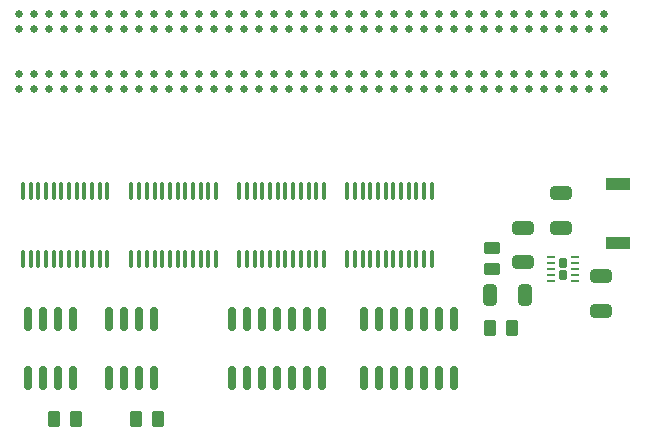
<source format=gtp>
%TF.GenerationSoftware,KiCad,Pcbnew,7.0.8*%
%TF.CreationDate,2024-07-21T17:29:17-05:00*%
%TF.ProjectId,esdi_fmc,65736469-5f66-46d6-932e-6b696361645f,rev?*%
%TF.SameCoordinates,Original*%
%TF.FileFunction,Paste,Top*%
%TF.FilePolarity,Positive*%
%FSLAX46Y46*%
G04 Gerber Fmt 4.6, Leading zero omitted, Abs format (unit mm)*
G04 Created by KiCad (PCBNEW 7.0.8) date 2024-07-21 17:29:17*
%MOMM*%
%LPD*%
G01*
G04 APERTURE LIST*
G04 Aperture macros list*
%AMRoundRect*
0 Rectangle with rounded corners*
0 $1 Rounding radius*
0 $2 $3 $4 $5 $6 $7 $8 $9 X,Y pos of 4 corners*
0 Add a 4 corners polygon primitive as box body*
4,1,4,$2,$3,$4,$5,$6,$7,$8,$9,$2,$3,0*
0 Add four circle primitives for the rounded corners*
1,1,$1+$1,$2,$3*
1,1,$1+$1,$4,$5*
1,1,$1+$1,$6,$7*
1,1,$1+$1,$8,$9*
0 Add four rect primitives between the rounded corners*
20,1,$1+$1,$2,$3,$4,$5,0*
20,1,$1+$1,$4,$5,$6,$7,0*
20,1,$1+$1,$6,$7,$8,$9,0*
20,1,$1+$1,$8,$9,$2,$3,0*%
G04 Aperture macros list end*
%ADD10RoundRect,0.100000X-0.100000X0.637500X-0.100000X-0.637500X0.100000X-0.637500X0.100000X0.637500X0*%
%ADD11RoundRect,0.150000X-0.150000X0.825000X-0.150000X-0.825000X0.150000X-0.825000X0.150000X0.825000X0*%
%ADD12RoundRect,0.250000X0.450000X-0.262500X0.450000X0.262500X-0.450000X0.262500X-0.450000X-0.262500X0*%
%ADD13RoundRect,0.182500X-0.182500X-0.222500X0.182500X-0.222500X0.182500X0.222500X-0.182500X0.222500X0*%
%ADD14RoundRect,0.062500X-0.300000X-0.062500X0.300000X-0.062500X0.300000X0.062500X-0.300000X0.062500X0*%
%ADD15RoundRect,0.250000X-0.262500X-0.450000X0.262500X-0.450000X0.262500X0.450000X-0.262500X0.450000X0*%
%ADD16RoundRect,0.250000X0.262500X0.450000X-0.262500X0.450000X-0.262500X-0.450000X0.262500X-0.450000X0*%
%ADD17RoundRect,0.250000X0.650000X-0.325000X0.650000X0.325000X-0.650000X0.325000X-0.650000X-0.325000X0*%
%ADD18C,0.635000*%
%ADD19R,2.006600X0.990600*%
%ADD20RoundRect,0.250000X-0.650000X0.325000X-0.650000X-0.325000X0.650000X-0.325000X0.650000X0.325000X0*%
%ADD21RoundRect,0.250000X0.325000X0.650000X-0.325000X0.650000X-0.325000X-0.650000X0.325000X-0.650000X0*%
G04 APERTURE END LIST*
D10*
%TO.C,U4*%
X77206700Y-71485600D03*
X76556700Y-71485600D03*
X75906700Y-71485600D03*
X75256700Y-71485600D03*
X74606700Y-71485600D03*
X73956700Y-71485600D03*
X73306700Y-71485600D03*
X72656700Y-71485600D03*
X72006700Y-71485600D03*
X71356700Y-71485600D03*
X70706700Y-71485600D03*
X70056700Y-71485600D03*
X70056700Y-77210600D03*
X70706700Y-77210600D03*
X71356700Y-77210600D03*
X72006700Y-77210600D03*
X72656700Y-77210600D03*
X73306700Y-77210600D03*
X73956700Y-77210600D03*
X74606700Y-77210600D03*
X75256700Y-77210600D03*
X75906700Y-77210600D03*
X76556700Y-77210600D03*
X77206700Y-77210600D03*
%TD*%
D11*
%TO.C,U7*%
X86223700Y-82345600D03*
X84953700Y-82345600D03*
X83683700Y-82345600D03*
X82413700Y-82345600D03*
X81143700Y-82345600D03*
X79873700Y-82345600D03*
X78603700Y-82345600D03*
X78603700Y-87295600D03*
X79873700Y-87295600D03*
X81143700Y-87295600D03*
X82413700Y-87295600D03*
X83683700Y-87295600D03*
X84953700Y-87295600D03*
X86223700Y-87295600D03*
%TD*%
%TO.C,U8*%
X71974300Y-82345600D03*
X70704300Y-82345600D03*
X69434300Y-82345600D03*
X68164300Y-82345600D03*
X68164300Y-87295600D03*
X69434300Y-87295600D03*
X70704300Y-87295600D03*
X71974300Y-87295600D03*
%TD*%
D12*
%TO.C,R1*%
X100584000Y-78128500D03*
X100584000Y-76303500D03*
%TD*%
D10*
%TO.C,U3*%
X86344900Y-71485600D03*
X85694900Y-71485600D03*
X85044900Y-71485600D03*
X84394900Y-71485600D03*
X83744900Y-71485600D03*
X83094900Y-71485600D03*
X82444900Y-71485600D03*
X81794900Y-71485600D03*
X81144900Y-71485600D03*
X80494900Y-71485600D03*
X79844900Y-71485600D03*
X79194900Y-71485600D03*
X79194900Y-77210600D03*
X79844900Y-77210600D03*
X80494900Y-77210600D03*
X81144900Y-77210600D03*
X81794900Y-77210600D03*
X82444900Y-77210600D03*
X83094900Y-77210600D03*
X83744900Y-77210600D03*
X84394900Y-77210600D03*
X85044900Y-77210600D03*
X85694900Y-77210600D03*
X86344900Y-77210600D03*
%TD*%
D13*
%TO.C,U1*%
X106621700Y-77597600D03*
X106621700Y-78597600D03*
D14*
X105609200Y-77097600D03*
X105609200Y-77597600D03*
X105609200Y-78097600D03*
X105609200Y-78597600D03*
X105609200Y-79097600D03*
X107634200Y-79097600D03*
X107634200Y-78597600D03*
X107634200Y-78097600D03*
X107634200Y-77597600D03*
X107634200Y-77097600D03*
%TD*%
D11*
%TO.C,U6*%
X97323500Y-82356800D03*
X96053500Y-82356800D03*
X94783500Y-82356800D03*
X93513500Y-82356800D03*
X92243500Y-82356800D03*
X90973500Y-82356800D03*
X89703500Y-82356800D03*
X89703500Y-87306800D03*
X90973500Y-87306800D03*
X92243500Y-87306800D03*
X93513500Y-87306800D03*
X94783500Y-87306800D03*
X96053500Y-87306800D03*
X97323500Y-87306800D03*
%TD*%
D15*
%TO.C,R2*%
X100433500Y-83058000D03*
X102258500Y-83058000D03*
%TD*%
D16*
%TO.C,R3*%
X72300700Y-90815000D03*
X70475700Y-90815000D03*
%TD*%
D17*
%TO.C,C1*%
X103218100Y-77534400D03*
X103218100Y-74584400D03*
%TD*%
D18*
%TO.C,J1*%
X110074300Y-56525000D03*
X108804300Y-56525000D03*
X107534300Y-56525000D03*
X106264300Y-56525000D03*
X104994300Y-56525000D03*
X103724300Y-56525000D03*
X102454300Y-56525000D03*
X101184300Y-56525000D03*
X99914300Y-56525000D03*
X98644300Y-56525000D03*
X97374300Y-56525000D03*
X96104300Y-56525000D03*
X94834300Y-56525000D03*
X93564300Y-56525000D03*
X92294300Y-56525000D03*
X91024300Y-56525000D03*
X89754300Y-56525000D03*
X88484300Y-56525000D03*
X87214300Y-56525000D03*
X85944300Y-56525000D03*
X84674300Y-56525000D03*
X83404300Y-56525000D03*
X82134300Y-56525000D03*
X80864300Y-56525000D03*
X79594300Y-56525000D03*
X78324300Y-56525000D03*
X77054300Y-56525000D03*
X75784300Y-56525000D03*
X74514300Y-56525000D03*
X73244300Y-56525000D03*
X71974300Y-56525000D03*
X70704300Y-56525000D03*
X69434300Y-56525000D03*
X68164300Y-56525000D03*
X66894300Y-56525000D03*
X65624300Y-56525000D03*
X64354300Y-56525000D03*
X63084300Y-56525000D03*
X61814300Y-56525000D03*
X60544300Y-56525000D03*
X110074300Y-57795000D03*
X108804300Y-57795000D03*
X107534300Y-57795000D03*
X106264300Y-57795000D03*
X104994300Y-57795000D03*
X103724300Y-57795000D03*
X102454300Y-57795000D03*
X101184300Y-57795000D03*
X99914300Y-57795000D03*
X98644300Y-57795000D03*
X97374300Y-57795000D03*
X96104300Y-57795000D03*
X94834300Y-57795000D03*
X93564300Y-57795000D03*
X92294300Y-57795000D03*
X91024300Y-57795000D03*
X89754300Y-57795000D03*
X88484300Y-57795000D03*
X87214300Y-57795000D03*
X85944300Y-57795000D03*
X84674300Y-57795000D03*
X83404300Y-57795000D03*
X82134300Y-57795000D03*
X80864300Y-57795000D03*
X79594300Y-57795000D03*
X78324300Y-57795000D03*
X77054300Y-57795000D03*
X75784300Y-57795000D03*
X74514300Y-57795000D03*
X73244300Y-57795000D03*
X71974300Y-57795000D03*
X70704300Y-57795000D03*
X69434300Y-57795000D03*
X68164300Y-57795000D03*
X66894300Y-57795000D03*
X65624300Y-57795000D03*
X64354300Y-57795000D03*
X63084300Y-57795000D03*
X61814300Y-57795000D03*
X60544300Y-57795000D03*
X110074300Y-61605000D03*
X108804300Y-61605000D03*
X107534300Y-61605000D03*
X106264300Y-61605000D03*
X104994300Y-61605000D03*
X103724300Y-61605000D03*
X102454300Y-61605000D03*
X101184300Y-61605000D03*
X99914300Y-61605000D03*
X98644300Y-61605000D03*
X97374300Y-61605000D03*
X96104300Y-61605000D03*
X94834300Y-61605000D03*
X93564300Y-61605000D03*
X92294300Y-61605000D03*
X91024300Y-61605000D03*
X89754300Y-61605000D03*
X88484300Y-61605000D03*
X87214300Y-61605000D03*
X85944300Y-61605000D03*
X84674300Y-61605000D03*
X83404300Y-61605000D03*
X82134300Y-61605000D03*
X80864300Y-61605000D03*
X79594300Y-61605000D03*
X78324300Y-61605000D03*
X77054300Y-61605000D03*
X75784300Y-61605000D03*
X74514300Y-61605000D03*
X73244300Y-61605000D03*
X71974300Y-61605000D03*
X70704300Y-61605000D03*
X69434300Y-61605000D03*
X68164300Y-61605000D03*
X66894300Y-61605000D03*
X65624300Y-61605000D03*
X64354300Y-61605000D03*
X63084300Y-61605000D03*
X61814300Y-61605000D03*
X60544300Y-61605000D03*
X110074300Y-62875000D03*
X108804300Y-62875000D03*
X107534300Y-62875000D03*
X106264300Y-62875000D03*
X104994300Y-62875000D03*
X103724300Y-62875000D03*
X102454300Y-62875000D03*
X101184300Y-62875000D03*
X99914300Y-62875000D03*
X98644300Y-62875000D03*
X97374300Y-62875000D03*
X96104300Y-62875000D03*
X94834300Y-62875000D03*
X93564300Y-62875000D03*
X92294300Y-62875000D03*
X91024300Y-62875000D03*
X89754300Y-62875000D03*
X88484300Y-62875000D03*
X87214300Y-62875000D03*
X85944300Y-62875000D03*
X84674300Y-62875000D03*
X83404300Y-62875000D03*
X82134300Y-62875000D03*
X80864300Y-62875000D03*
X79594300Y-62875000D03*
X78324300Y-62875000D03*
X77054300Y-62875000D03*
X75784300Y-62875000D03*
X74514300Y-62875000D03*
X73244300Y-62875000D03*
X71974300Y-62875000D03*
X70704300Y-62875000D03*
X69434300Y-62875000D03*
X68164300Y-62875000D03*
X66894300Y-62875000D03*
X65624300Y-62875000D03*
X64354300Y-62875000D03*
X63084300Y-62875000D03*
X61814300Y-62875000D03*
X60544300Y-62875000D03*
%TD*%
D19*
%TO.C,L1*%
X111269900Y-75892500D03*
X111269900Y-70888700D03*
%TD*%
D16*
%TO.C,R4*%
X65344900Y-90815000D03*
X63519900Y-90815000D03*
%TD*%
D20*
%TO.C,C2*%
X109847500Y-78697400D03*
X109847500Y-81647400D03*
%TD*%
D10*
%TO.C,U5*%
X68021100Y-71485600D03*
X67371100Y-71485600D03*
X66721100Y-71485600D03*
X66071100Y-71485600D03*
X65421100Y-71485600D03*
X64771100Y-71485600D03*
X64121100Y-71485600D03*
X63471100Y-71485600D03*
X62821100Y-71485600D03*
X62171100Y-71485600D03*
X61521100Y-71485600D03*
X60871100Y-71485600D03*
X60871100Y-77210600D03*
X61521100Y-77210600D03*
X62171100Y-77210600D03*
X62821100Y-77210600D03*
X63471100Y-77210600D03*
X64121100Y-77210600D03*
X64771100Y-77210600D03*
X65421100Y-77210600D03*
X66071100Y-77210600D03*
X66721100Y-77210600D03*
X67371100Y-77210600D03*
X68021100Y-77210600D03*
%TD*%
D11*
%TO.C,U9*%
X65065500Y-82356800D03*
X63795500Y-82356800D03*
X62525500Y-82356800D03*
X61255500Y-82356800D03*
X61255500Y-87306800D03*
X62525500Y-87306800D03*
X63795500Y-87306800D03*
X65065500Y-87306800D03*
%TD*%
D10*
%TO.C,U2*%
X95483100Y-71501000D03*
X94833100Y-71501000D03*
X94183100Y-71501000D03*
X93533100Y-71501000D03*
X92883100Y-71501000D03*
X92233100Y-71501000D03*
X91583100Y-71501000D03*
X90933100Y-71501000D03*
X90283100Y-71501000D03*
X89633100Y-71501000D03*
X88983100Y-71501000D03*
X88333100Y-71501000D03*
X88333100Y-77226000D03*
X88983100Y-77226000D03*
X89633100Y-77226000D03*
X90283100Y-77226000D03*
X90933100Y-77226000D03*
X91583100Y-77226000D03*
X92233100Y-77226000D03*
X92883100Y-77226000D03*
X93533100Y-77226000D03*
X94183100Y-77226000D03*
X94833100Y-77226000D03*
X95483100Y-77226000D03*
%TD*%
D21*
%TO.C,C3*%
X103379800Y-80264000D03*
X100429800Y-80264000D03*
%TD*%
D20*
%TO.C,C4*%
X106443900Y-71636200D03*
X106443900Y-74586200D03*
%TD*%
M02*

</source>
